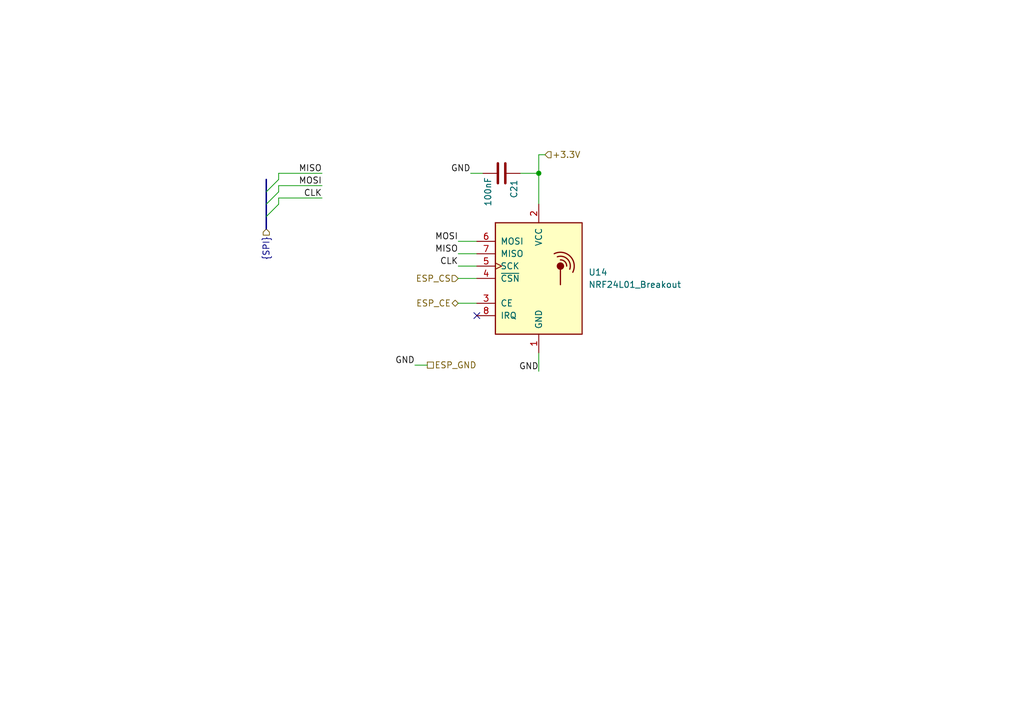
<source format=kicad_sch>
(kicad_sch (version 20231120) (generator "eeschema") (generator_version "8.0")
  (paper "A5")
  (title_block (title "Wifi connector for NRF24 breakout") (date "2024-04-17") (rev "1.0"))
  (lib_symbols
    (symbol "Device:C" (pin_numbers hide) (pin_names (offset 0.254))
      (property "Reference" "C" (at 0.635 2.54 0))
      (property "Value" "C" (at 0.635 -2.54 0))
      (symbol "C_0_1"
        (polyline (pts (xy -2.032 -0.762) (xy 2.032 -0.762)) (stroke (width 0.508)))
        (polyline (pts (xy -2.032 0.762) (xy 2.032 0.762)) (stroke (width 0.508)))
      )
      (symbol "C_1_1"
        (pin passive line (at 0 3.81 270) (length 2.794) (name "~") (number "1"))
        (pin passive line (at 0 -3.81 90) (length 2.794) (name "~") (number "2"))
      )
    )
    (symbol "RF:NRF24L01_Breakout" (pin_names (offset 1.016))
      (property "Reference" "U" (at -8.89 12.7 0))
      (property "Value" "NRF24L01_Breakout" (at 3.81 12.7 0))
      (symbol "NRF24L01_Breakout_0_1"
        (rectangle (start -8.89 11.43) (end 8.89 -11.43) (stroke (width 0.254)) (fill (type background)))
        (polyline (pts (xy 4.445 1.905) (xy 4.445 -1.27)) (stroke (width 0.254)))
        (circle (center 4.445 2.54) (radius 0.635) (stroke (width 0.254)) (fill (type outline)))
        (arc (start 5.715 2.54) (mid 5.3521 3.4546) (end 4.445 3.81) (stroke (width 0.254)))
        (arc (start 6.35 1.905) (mid 5.8763 3.9854) (end 3.81 4.445) (stroke (width 0.254)))
        (arc (start 6.985 1.27) (mid 6.453 4.548) (end 3.175 5.08) (stroke (width 0.254)))
      )
      (symbol "NRF24L01_Breakout_1_1"
        (pin power_in line (at 0 -15.24 90) (length 3.81) (name "GND") (number "1"))
        (pin power_in line (at 0 15.24 270) (length 3.81) (name "VCC") (number "2"))
        (pin input line (at -12.7 -5.08 0) (length 3.81) (name "CE") (number "3"))
        (pin input line (at -12.7 0 0) (length 3.81) (name "~{CSN}") (number "4"))
        (pin input clock (at -12.7 2.54 0) (length 3.81) (name "SCK") (number "5"))
        (pin input line (at -12.7 7.62 0) (length 3.81) (name "MOSI") (number "6"))
        (pin output line (at -12.7 5.08 0) (length 3.81) (name "MISO") (number "7"))
        (pin output line (at -12.7 -7.62 0) (length 3.81) (name "IRQ") (number "8"))
      )
    )
  )
  (junction (at 110.49 35.56))
  (no_connect (at 97.79 64.77))
  (bus_entry (at 57.15 36.83) (size -2.54 2.54))
  (bus_entry (at 57.15 41.91) (size -2.54 2.54))
  (bus_entry (at 57.15 39.37) (size -2.54 2.54))
  (wire (pts (xy 93.98 54.61) (xy 97.79 54.61)))
  (wire (pts (xy 57.15 39.37) (xy 57.15 38.1)))
  (wire (pts (xy 96.52 35.56) (xy 99.06 35.56)))
  (wire (pts (xy 66.04 38.1) (xy 57.15 38.1)))
  (bus (pts (xy 54.61 39.37) (xy 54.61 36.83)))
  (wire (pts (xy 66.04 40.64) (xy 57.15 40.64)))
  (bus (pts (xy 54.61 46.99) (xy 54.61 44.45)))
  (wire (pts (xy 110.49 31.75) (xy 110.49 35.56)))
  (wire (pts (xy 57.15 35.56) (xy 57.15 36.83)))
  (wire (pts (xy 106.68 35.56) (xy 110.49 35.56)))
  (wire (pts (xy 110.49 35.56) (xy 110.49 41.91)))
  (wire (pts (xy 93.98 49.53) (xy 97.79 49.53)))
  (wire (pts (xy 110.49 72.39) (xy 110.49 76.2)))
  (bus (pts (xy 54.61 41.91) (xy 54.61 39.37)))
  (wire (pts (xy 93.98 62.23) (xy 97.79 62.23)))
  (wire (pts (xy 111.76 31.75) (xy 110.49 31.75)))
  (wire (pts (xy 57.15 41.91) (xy 57.15 40.64)))
  (wire (pts (xy 85.09 74.93) (xy 87.63 74.93)))
  (wire (pts (xy 66.04 35.56) (xy 57.15 35.56)))
  (wire (pts (xy 93.98 52.07) (xy 97.79 52.07)))
  (bus (pts (xy 54.61 44.45) (xy 54.61 41.91)))
  (wire (pts (xy 93.98 57.15) (xy 97.79 57.15)))
  (label "CLK" (at 66.04 40.64 180))
  (label "MISO" (at 93.98 52.07 180))
  (label "MOSI" (at 93.98 49.53 180))
  (label "MOSI" (at 66.04 38.1 180))
  (label "GND" (at 110.49 76.2 180))
  (label "GND" (at 85.09 74.93 180))
  (label "MISO" (at 66.04 35.56 180))
  (label "CLK" (at 93.98 54.61 180))
  (label "GND" (at 96.52 35.56 180))
  (hierarchical_label "+3.3V" (shape input) (at 111.76 31.75 0))
  (hierarchical_label "{SPI}" (shape input) (at 54.61 46.99 270))
  (hierarchical_label "ESP_CS" (shape input) (at 93.98 57.15 180))
  (hierarchical_label "ESP_GND" (shape passive) (at 87.63 74.93 0))
  (hierarchical_label "ESP_CE" (shape bidirectional) (at 93.98 62.23 180))
  (symbol (lib_id "Device:C") (at 102.87 35.56 270) (unit 1)
    (property "Reference" "C21" (at 105.41 36.83 0) (effects (justify left)))
    (property "Value" "100nF" (at 100.076 36.322 0) (effects (justify left)))
    (property "Footprint" "Capacitor_SMD:C_0603_1608Metric" (effects (hide yes)))
  )
  (symbol (lib_id "RF:NRF24L01_Breakout") (at 110.49 57.15 0) (unit 1)
    (property "Reference" "U14" (at 120.65 55.8799 0) (effects (justify left)))
    (property "Value" "NRF24L01_Breakout" (at 120.65 58.4199 0) (effects (justify left)))
    (property "Footprint" "RF_Module:nRF24L01_Breakout" (effects (hide yes)))
    (property "Datasheet" "http://www.nordicsemi.com/eng/content/download/2730/34105/file/nRF24L01_Product_Specification_v2_0.pdf" (effects (hide yes)))
    (property "Description" "Ultra low power 2.4GHz RF Transceiver, Carrier PCB" (effects (hide yes)))
  )
)
</source>
